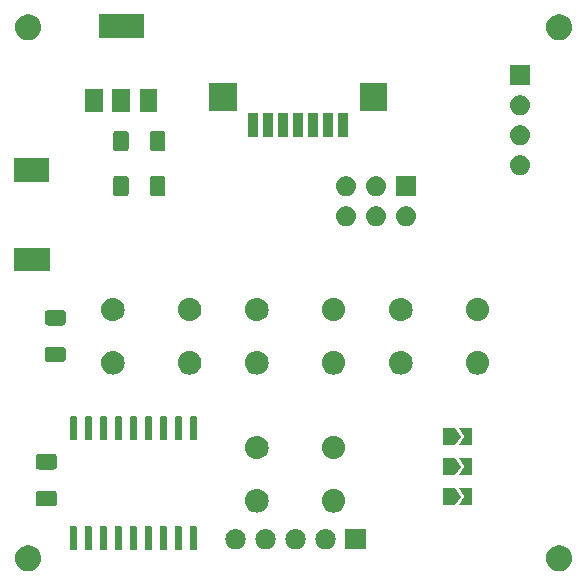
<source format=gbr>
%TF.GenerationSoftware,KiCad,Pcbnew,7.0.8*%
%TF.CreationDate,2024-01-15T19:45:52-06:00*%
%TF.ProjectId,remote,72656d6f-7465-42e6-9b69-6361645f7063,rev?*%
%TF.SameCoordinates,Original*%
%TF.FileFunction,Soldermask,Bot*%
%TF.FilePolarity,Negative*%
%FSLAX46Y46*%
G04 Gerber Fmt 4.6, Leading zero omitted, Abs format (unit mm)*
G04 Created by KiCad (PCBNEW 7.0.8) date 2024-01-15 19:45:52*
%MOMM*%
%LPD*%
G01*
G04 APERTURE LIST*
G04 APERTURE END LIST*
G36*
X102917029Y-81999992D02*
G01*
X103106312Y-82073320D01*
X103278898Y-82180181D01*
X103428910Y-82316935D01*
X103551239Y-82478925D01*
X103641719Y-82660634D01*
X103697270Y-82855876D01*
X103716000Y-83058000D01*
X103697270Y-83260124D01*
X103641719Y-83455366D01*
X103551239Y-83637075D01*
X103428910Y-83799065D01*
X103278898Y-83935819D01*
X103106312Y-84042680D01*
X102917029Y-84116008D01*
X102717495Y-84153308D01*
X102514505Y-84153308D01*
X102314971Y-84116008D01*
X102125688Y-84042680D01*
X101953102Y-83935819D01*
X101803090Y-83799065D01*
X101680761Y-83637075D01*
X101590281Y-83455366D01*
X101534730Y-83260124D01*
X101516000Y-83058000D01*
X101534730Y-82855876D01*
X101590281Y-82660634D01*
X101680761Y-82478925D01*
X101803090Y-82316935D01*
X101953102Y-82180181D01*
X102125688Y-82073320D01*
X102314971Y-81999992D01*
X102514505Y-81962692D01*
X102717495Y-81962692D01*
X102917029Y-81999992D01*
G37*
G36*
X147875029Y-81999992D02*
G01*
X148064312Y-82073320D01*
X148236898Y-82180181D01*
X148386910Y-82316935D01*
X148509239Y-82478925D01*
X148599719Y-82660634D01*
X148655270Y-82855876D01*
X148674000Y-83058000D01*
X148655270Y-83260124D01*
X148599719Y-83455366D01*
X148509239Y-83637075D01*
X148386910Y-83799065D01*
X148236898Y-83935819D01*
X148064312Y-84042680D01*
X147875029Y-84116008D01*
X147675495Y-84153308D01*
X147472505Y-84153308D01*
X147272971Y-84116008D01*
X147083688Y-84042680D01*
X146911102Y-83935819D01*
X146761090Y-83799065D01*
X146638761Y-83637075D01*
X146548281Y-83455366D01*
X146492730Y-83260124D01*
X146474000Y-83058000D01*
X146492730Y-82855876D01*
X146548281Y-82660634D01*
X146638761Y-82478925D01*
X146761090Y-82316935D01*
X146911102Y-82180181D01*
X147083688Y-82073320D01*
X147272971Y-81999992D01*
X147472505Y-81962692D01*
X147675495Y-81962692D01*
X147875029Y-81999992D01*
G37*
G36*
X106633403Y-80344418D02*
G01*
X106682066Y-80376934D01*
X106714582Y-80425597D01*
X106726000Y-80483000D01*
X106726000Y-82233000D01*
X106714582Y-82290403D01*
X106682066Y-82339066D01*
X106633403Y-82371582D01*
X106576000Y-82383000D01*
X106276000Y-82383000D01*
X106218597Y-82371582D01*
X106169934Y-82339066D01*
X106137418Y-82290403D01*
X106126000Y-82233000D01*
X106126000Y-80483000D01*
X106137418Y-80425597D01*
X106169934Y-80376934D01*
X106218597Y-80344418D01*
X106276000Y-80333000D01*
X106576000Y-80333000D01*
X106633403Y-80344418D01*
G37*
G36*
X107903403Y-80344418D02*
G01*
X107952066Y-80376934D01*
X107984582Y-80425597D01*
X107996000Y-80483000D01*
X107996000Y-82233000D01*
X107984582Y-82290403D01*
X107952066Y-82339066D01*
X107903403Y-82371582D01*
X107846000Y-82383000D01*
X107546000Y-82383000D01*
X107488597Y-82371582D01*
X107439934Y-82339066D01*
X107407418Y-82290403D01*
X107396000Y-82233000D01*
X107396000Y-80483000D01*
X107407418Y-80425597D01*
X107439934Y-80376934D01*
X107488597Y-80344418D01*
X107546000Y-80333000D01*
X107846000Y-80333000D01*
X107903403Y-80344418D01*
G37*
G36*
X109173403Y-80344418D02*
G01*
X109222066Y-80376934D01*
X109254582Y-80425597D01*
X109266000Y-80483000D01*
X109266000Y-82233000D01*
X109254582Y-82290403D01*
X109222066Y-82339066D01*
X109173403Y-82371582D01*
X109116000Y-82383000D01*
X108816000Y-82383000D01*
X108758597Y-82371582D01*
X108709934Y-82339066D01*
X108677418Y-82290403D01*
X108666000Y-82233000D01*
X108666000Y-80483000D01*
X108677418Y-80425597D01*
X108709934Y-80376934D01*
X108758597Y-80344418D01*
X108816000Y-80333000D01*
X109116000Y-80333000D01*
X109173403Y-80344418D01*
G37*
G36*
X110443403Y-80344418D02*
G01*
X110492066Y-80376934D01*
X110524582Y-80425597D01*
X110536000Y-80483000D01*
X110536000Y-82233000D01*
X110524582Y-82290403D01*
X110492066Y-82339066D01*
X110443403Y-82371582D01*
X110386000Y-82383000D01*
X110086000Y-82383000D01*
X110028597Y-82371582D01*
X109979934Y-82339066D01*
X109947418Y-82290403D01*
X109936000Y-82233000D01*
X109936000Y-80483000D01*
X109947418Y-80425597D01*
X109979934Y-80376934D01*
X110028597Y-80344418D01*
X110086000Y-80333000D01*
X110386000Y-80333000D01*
X110443403Y-80344418D01*
G37*
G36*
X111713403Y-80344418D02*
G01*
X111762066Y-80376934D01*
X111794582Y-80425597D01*
X111806000Y-80483000D01*
X111806000Y-82233000D01*
X111794582Y-82290403D01*
X111762066Y-82339066D01*
X111713403Y-82371582D01*
X111656000Y-82383000D01*
X111356000Y-82383000D01*
X111298597Y-82371582D01*
X111249934Y-82339066D01*
X111217418Y-82290403D01*
X111206000Y-82233000D01*
X111206000Y-80483000D01*
X111217418Y-80425597D01*
X111249934Y-80376934D01*
X111298597Y-80344418D01*
X111356000Y-80333000D01*
X111656000Y-80333000D01*
X111713403Y-80344418D01*
G37*
G36*
X112983403Y-80344418D02*
G01*
X113032066Y-80376934D01*
X113064582Y-80425597D01*
X113076000Y-80483000D01*
X113076000Y-82233000D01*
X113064582Y-82290403D01*
X113032066Y-82339066D01*
X112983403Y-82371582D01*
X112926000Y-82383000D01*
X112626000Y-82383000D01*
X112568597Y-82371582D01*
X112519934Y-82339066D01*
X112487418Y-82290403D01*
X112476000Y-82233000D01*
X112476000Y-80483000D01*
X112487418Y-80425597D01*
X112519934Y-80376934D01*
X112568597Y-80344418D01*
X112626000Y-80333000D01*
X112926000Y-80333000D01*
X112983403Y-80344418D01*
G37*
G36*
X114253403Y-80344418D02*
G01*
X114302066Y-80376934D01*
X114334582Y-80425597D01*
X114346000Y-80483000D01*
X114346000Y-82233000D01*
X114334582Y-82290403D01*
X114302066Y-82339066D01*
X114253403Y-82371582D01*
X114196000Y-82383000D01*
X113896000Y-82383000D01*
X113838597Y-82371582D01*
X113789934Y-82339066D01*
X113757418Y-82290403D01*
X113746000Y-82233000D01*
X113746000Y-80483000D01*
X113757418Y-80425597D01*
X113789934Y-80376934D01*
X113838597Y-80344418D01*
X113896000Y-80333000D01*
X114196000Y-80333000D01*
X114253403Y-80344418D01*
G37*
G36*
X115523403Y-80344418D02*
G01*
X115572066Y-80376934D01*
X115604582Y-80425597D01*
X115616000Y-80483000D01*
X115616000Y-82233000D01*
X115604582Y-82290403D01*
X115572066Y-82339066D01*
X115523403Y-82371582D01*
X115466000Y-82383000D01*
X115166000Y-82383000D01*
X115108597Y-82371582D01*
X115059934Y-82339066D01*
X115027418Y-82290403D01*
X115016000Y-82233000D01*
X115016000Y-80483000D01*
X115027418Y-80425597D01*
X115059934Y-80376934D01*
X115108597Y-80344418D01*
X115166000Y-80333000D01*
X115466000Y-80333000D01*
X115523403Y-80344418D01*
G37*
G36*
X116793403Y-80344418D02*
G01*
X116842066Y-80376934D01*
X116874582Y-80425597D01*
X116886000Y-80483000D01*
X116886000Y-82233000D01*
X116874582Y-82290403D01*
X116842066Y-82339066D01*
X116793403Y-82371582D01*
X116736000Y-82383000D01*
X116436000Y-82383000D01*
X116378597Y-82371582D01*
X116329934Y-82339066D01*
X116297418Y-82290403D01*
X116286000Y-82233000D01*
X116286000Y-80483000D01*
X116297418Y-80425597D01*
X116329934Y-80376934D01*
X116378597Y-80344418D01*
X116436000Y-80333000D01*
X116736000Y-80333000D01*
X116793403Y-80344418D01*
G37*
G36*
X131172000Y-82302000D02*
G01*
X129472000Y-82302000D01*
X129472000Y-80602000D01*
X131172000Y-80602000D01*
X131172000Y-82302000D01*
G37*
G36*
X120424664Y-80643602D02*
G01*
X120587000Y-80715878D01*
X120730761Y-80820327D01*
X120849664Y-80952383D01*
X120938514Y-81106274D01*
X120993425Y-81275275D01*
X121012000Y-81452000D01*
X120993425Y-81628725D01*
X120938514Y-81797726D01*
X120849664Y-81951617D01*
X120730761Y-82083673D01*
X120587000Y-82188122D01*
X120424664Y-82260398D01*
X120250849Y-82297344D01*
X120073151Y-82297344D01*
X119899336Y-82260398D01*
X119737000Y-82188122D01*
X119593239Y-82083673D01*
X119474336Y-81951617D01*
X119385486Y-81797726D01*
X119330575Y-81628725D01*
X119312000Y-81452000D01*
X119330575Y-81275275D01*
X119385486Y-81106274D01*
X119474336Y-80952383D01*
X119593239Y-80820327D01*
X119737000Y-80715878D01*
X119899336Y-80643602D01*
X120073151Y-80606656D01*
X120250849Y-80606656D01*
X120424664Y-80643602D01*
G37*
G36*
X122964664Y-80643602D02*
G01*
X123127000Y-80715878D01*
X123270761Y-80820327D01*
X123389664Y-80952383D01*
X123478514Y-81106274D01*
X123533425Y-81275275D01*
X123552000Y-81452000D01*
X123533425Y-81628725D01*
X123478514Y-81797726D01*
X123389664Y-81951617D01*
X123270761Y-82083673D01*
X123127000Y-82188122D01*
X122964664Y-82260398D01*
X122790849Y-82297344D01*
X122613151Y-82297344D01*
X122439336Y-82260398D01*
X122277000Y-82188122D01*
X122133239Y-82083673D01*
X122014336Y-81951617D01*
X121925486Y-81797726D01*
X121870575Y-81628725D01*
X121852000Y-81452000D01*
X121870575Y-81275275D01*
X121925486Y-81106274D01*
X122014336Y-80952383D01*
X122133239Y-80820327D01*
X122277000Y-80715878D01*
X122439336Y-80643602D01*
X122613151Y-80606656D01*
X122790849Y-80606656D01*
X122964664Y-80643602D01*
G37*
G36*
X125504664Y-80643602D02*
G01*
X125667000Y-80715878D01*
X125810761Y-80820327D01*
X125929664Y-80952383D01*
X126018514Y-81106274D01*
X126073425Y-81275275D01*
X126092000Y-81452000D01*
X126073425Y-81628725D01*
X126018514Y-81797726D01*
X125929664Y-81951617D01*
X125810761Y-82083673D01*
X125667000Y-82188122D01*
X125504664Y-82260398D01*
X125330849Y-82297344D01*
X125153151Y-82297344D01*
X124979336Y-82260398D01*
X124817000Y-82188122D01*
X124673239Y-82083673D01*
X124554336Y-81951617D01*
X124465486Y-81797726D01*
X124410575Y-81628725D01*
X124392000Y-81452000D01*
X124410575Y-81275275D01*
X124465486Y-81106274D01*
X124554336Y-80952383D01*
X124673239Y-80820327D01*
X124817000Y-80715878D01*
X124979336Y-80643602D01*
X125153151Y-80606656D01*
X125330849Y-80606656D01*
X125504664Y-80643602D01*
G37*
G36*
X128044664Y-80643602D02*
G01*
X128207000Y-80715878D01*
X128350761Y-80820327D01*
X128469664Y-80952383D01*
X128558514Y-81106274D01*
X128613425Y-81275275D01*
X128632000Y-81452000D01*
X128613425Y-81628725D01*
X128558514Y-81797726D01*
X128469664Y-81951617D01*
X128350761Y-82083673D01*
X128207000Y-82188122D01*
X128044664Y-82260398D01*
X127870849Y-82297344D01*
X127693151Y-82297344D01*
X127519336Y-82260398D01*
X127357000Y-82188122D01*
X127213239Y-82083673D01*
X127094336Y-81951617D01*
X127005486Y-81797726D01*
X126950575Y-81628725D01*
X126932000Y-81452000D01*
X126950575Y-81275275D01*
X127005486Y-81106274D01*
X127094336Y-80952383D01*
X127213239Y-80820327D01*
X127357000Y-80715878D01*
X127519336Y-80643602D01*
X127693151Y-80606656D01*
X127870849Y-80606656D01*
X128044664Y-80643602D01*
G37*
G36*
X122162090Y-77215215D02*
G01*
X122349683Y-77272120D01*
X122522570Y-77364530D01*
X122674107Y-77488893D01*
X122798470Y-77640430D01*
X122890880Y-77813317D01*
X122947785Y-78000910D01*
X122967000Y-78196000D01*
X122947785Y-78391090D01*
X122890880Y-78578683D01*
X122798470Y-78751570D01*
X122674107Y-78903107D01*
X122522570Y-79027470D01*
X122349683Y-79119880D01*
X122162090Y-79176785D01*
X121967000Y-79196000D01*
X121771910Y-79176785D01*
X121584317Y-79119880D01*
X121411430Y-79027470D01*
X121259893Y-78903107D01*
X121135530Y-78751570D01*
X121043120Y-78578683D01*
X120986215Y-78391090D01*
X120967000Y-78196000D01*
X120986215Y-78000910D01*
X121043120Y-77813317D01*
X121135530Y-77640430D01*
X121259893Y-77488893D01*
X121411430Y-77364530D01*
X121584317Y-77272120D01*
X121771910Y-77215215D01*
X121967000Y-77196000D01*
X122162090Y-77215215D01*
G37*
G36*
X128662090Y-77215215D02*
G01*
X128849683Y-77272120D01*
X129022570Y-77364530D01*
X129174107Y-77488893D01*
X129298470Y-77640430D01*
X129390880Y-77813317D01*
X129447785Y-78000910D01*
X129467000Y-78196000D01*
X129447785Y-78391090D01*
X129390880Y-78578683D01*
X129298470Y-78751570D01*
X129174107Y-78903107D01*
X129022570Y-79027470D01*
X128849683Y-79119880D01*
X128662090Y-79176785D01*
X128467000Y-79196000D01*
X128271910Y-79176785D01*
X128084317Y-79119880D01*
X127911430Y-79027470D01*
X127759893Y-78903107D01*
X127635530Y-78751570D01*
X127543120Y-78578683D01*
X127486215Y-78391090D01*
X127467000Y-78196000D01*
X127486215Y-78000910D01*
X127543120Y-77813317D01*
X127635530Y-77640430D01*
X127759893Y-77488893D01*
X127911430Y-77364530D01*
X128084317Y-77272120D01*
X128271910Y-77215215D01*
X128467000Y-77196000D01*
X128662090Y-77215215D01*
G37*
G36*
X104794850Y-77354964D02*
G01*
X104845040Y-77360787D01*
X104862189Y-77368359D01*
X104885671Y-77373030D01*
X104910810Y-77389827D01*
X104930696Y-77398608D01*
X104944277Y-77412189D01*
X104966777Y-77427223D01*
X104981810Y-77449722D01*
X104995391Y-77463303D01*
X105004170Y-77483186D01*
X105020970Y-77508329D01*
X105025641Y-77531812D01*
X105033212Y-77548959D01*
X105039033Y-77599139D01*
X105040000Y-77604000D01*
X105040000Y-78429000D01*
X105039032Y-78433863D01*
X105033212Y-78484040D01*
X105025641Y-78501185D01*
X105020970Y-78524671D01*
X105004169Y-78549815D01*
X104995391Y-78569696D01*
X104981812Y-78583274D01*
X104966777Y-78605777D01*
X104944274Y-78620812D01*
X104930696Y-78634391D01*
X104910815Y-78643169D01*
X104885671Y-78659970D01*
X104862185Y-78664641D01*
X104845040Y-78672212D01*
X104794861Y-78678032D01*
X104790000Y-78679000D01*
X103490000Y-78679000D01*
X103485138Y-78678032D01*
X103434959Y-78672212D01*
X103417812Y-78664641D01*
X103394329Y-78659970D01*
X103369186Y-78643170D01*
X103349303Y-78634391D01*
X103335722Y-78620810D01*
X103313223Y-78605777D01*
X103298189Y-78583277D01*
X103284608Y-78569696D01*
X103275827Y-78549810D01*
X103259030Y-78524671D01*
X103254359Y-78501189D01*
X103246787Y-78484040D01*
X103240964Y-78433849D01*
X103240000Y-78429000D01*
X103240000Y-77604000D01*
X103240964Y-77599150D01*
X103246787Y-77548959D01*
X103254359Y-77531808D01*
X103259030Y-77508329D01*
X103275826Y-77483191D01*
X103284608Y-77463303D01*
X103298191Y-77449719D01*
X103313223Y-77427223D01*
X103335719Y-77412191D01*
X103349303Y-77398608D01*
X103369191Y-77389826D01*
X103394329Y-77373030D01*
X103417808Y-77368359D01*
X103434959Y-77360787D01*
X103485151Y-77354964D01*
X103490000Y-77354000D01*
X104790000Y-77354000D01*
X104794850Y-77354964D01*
G37*
G36*
X139250000Y-77851000D02*
G01*
X138750000Y-78601000D01*
X138746996Y-78601000D01*
X137755908Y-78601000D01*
X137750000Y-78601000D01*
X137750000Y-77101000D01*
X138750000Y-77101000D01*
X139250000Y-77851000D01*
G37*
G36*
X140200000Y-78601000D02*
G01*
X140194092Y-78601000D01*
X139055908Y-78601000D01*
X139050000Y-78601000D01*
X139051673Y-78598489D01*
X139051674Y-78598487D01*
X139537889Y-77869166D01*
X139537889Y-77832834D01*
X139053279Y-77105919D01*
X139053278Y-77105917D01*
X139050000Y-77101000D01*
X140200000Y-77101000D01*
X140200000Y-78601000D01*
G37*
G36*
X139250000Y-75311000D02*
G01*
X138750000Y-76061000D01*
X138746996Y-76061000D01*
X137755908Y-76061000D01*
X137750000Y-76061000D01*
X137750000Y-74561000D01*
X138750000Y-74561000D01*
X139250000Y-75311000D01*
G37*
G36*
X140200000Y-76061000D02*
G01*
X140194092Y-76061000D01*
X139055908Y-76061000D01*
X139050000Y-76061000D01*
X139051673Y-76058489D01*
X139051674Y-76058487D01*
X139537889Y-75329166D01*
X139537889Y-75292834D01*
X139053279Y-74565919D01*
X139053278Y-74565917D01*
X139050000Y-74561000D01*
X140200000Y-74561000D01*
X140200000Y-76061000D01*
G37*
G36*
X104794850Y-74229964D02*
G01*
X104845040Y-74235787D01*
X104862189Y-74243359D01*
X104885671Y-74248030D01*
X104910810Y-74264827D01*
X104930696Y-74273608D01*
X104944277Y-74287189D01*
X104966777Y-74302223D01*
X104981810Y-74324722D01*
X104995391Y-74338303D01*
X105004170Y-74358186D01*
X105020970Y-74383329D01*
X105025641Y-74406812D01*
X105033212Y-74423959D01*
X105039033Y-74474139D01*
X105040000Y-74479000D01*
X105040000Y-75304000D01*
X105039032Y-75308863D01*
X105033212Y-75359040D01*
X105025641Y-75376185D01*
X105020970Y-75399671D01*
X105004169Y-75424815D01*
X104995391Y-75444696D01*
X104981812Y-75458274D01*
X104966777Y-75480777D01*
X104944274Y-75495812D01*
X104930696Y-75509391D01*
X104910815Y-75518169D01*
X104885671Y-75534970D01*
X104862185Y-75539641D01*
X104845040Y-75547212D01*
X104794861Y-75553032D01*
X104790000Y-75554000D01*
X103490000Y-75554000D01*
X103485138Y-75553032D01*
X103434959Y-75547212D01*
X103417812Y-75539641D01*
X103394329Y-75534970D01*
X103369186Y-75518170D01*
X103349303Y-75509391D01*
X103335722Y-75495810D01*
X103313223Y-75480777D01*
X103298189Y-75458277D01*
X103284608Y-75444696D01*
X103275827Y-75424810D01*
X103259030Y-75399671D01*
X103254359Y-75376189D01*
X103246787Y-75359040D01*
X103240964Y-75308849D01*
X103240000Y-75304000D01*
X103240000Y-74479000D01*
X103240964Y-74474150D01*
X103246787Y-74423959D01*
X103254359Y-74406808D01*
X103259030Y-74383329D01*
X103275826Y-74358191D01*
X103284608Y-74338303D01*
X103298191Y-74324719D01*
X103313223Y-74302223D01*
X103335719Y-74287191D01*
X103349303Y-74273608D01*
X103369191Y-74264826D01*
X103394329Y-74248030D01*
X103417808Y-74243359D01*
X103434959Y-74235787D01*
X103485151Y-74229964D01*
X103490000Y-74229000D01*
X104790000Y-74229000D01*
X104794850Y-74229964D01*
G37*
G36*
X122162090Y-72715215D02*
G01*
X122349683Y-72772120D01*
X122522570Y-72864530D01*
X122674107Y-72988893D01*
X122798470Y-73140430D01*
X122890880Y-73313317D01*
X122947785Y-73500910D01*
X122967000Y-73696000D01*
X122947785Y-73891090D01*
X122890880Y-74078683D01*
X122798470Y-74251570D01*
X122674107Y-74403107D01*
X122522570Y-74527470D01*
X122349683Y-74619880D01*
X122162090Y-74676785D01*
X121967000Y-74696000D01*
X121771910Y-74676785D01*
X121584317Y-74619880D01*
X121411430Y-74527470D01*
X121259893Y-74403107D01*
X121135530Y-74251570D01*
X121043120Y-74078683D01*
X120986215Y-73891090D01*
X120967000Y-73696000D01*
X120986215Y-73500910D01*
X121043120Y-73313317D01*
X121135530Y-73140430D01*
X121259893Y-72988893D01*
X121411430Y-72864530D01*
X121584317Y-72772120D01*
X121771910Y-72715215D01*
X121967000Y-72696000D01*
X122162090Y-72715215D01*
G37*
G36*
X128662090Y-72715215D02*
G01*
X128849683Y-72772120D01*
X129022570Y-72864530D01*
X129174107Y-72988893D01*
X129298470Y-73140430D01*
X129390880Y-73313317D01*
X129447785Y-73500910D01*
X129467000Y-73696000D01*
X129447785Y-73891090D01*
X129390880Y-74078683D01*
X129298470Y-74251570D01*
X129174107Y-74403107D01*
X129022570Y-74527470D01*
X128849683Y-74619880D01*
X128662090Y-74676785D01*
X128467000Y-74696000D01*
X128271910Y-74676785D01*
X128084317Y-74619880D01*
X127911430Y-74527470D01*
X127759893Y-74403107D01*
X127635530Y-74251570D01*
X127543120Y-74078683D01*
X127486215Y-73891090D01*
X127467000Y-73696000D01*
X127486215Y-73500910D01*
X127543120Y-73313317D01*
X127635530Y-73140430D01*
X127759893Y-72988893D01*
X127911430Y-72864530D01*
X128084317Y-72772120D01*
X128271910Y-72715215D01*
X128467000Y-72696000D01*
X128662090Y-72715215D01*
G37*
G36*
X139250000Y-72771000D02*
G01*
X138750000Y-73521000D01*
X138746996Y-73521000D01*
X137755908Y-73521000D01*
X137750000Y-73521000D01*
X137750000Y-72021000D01*
X138750000Y-72021000D01*
X139250000Y-72771000D01*
G37*
G36*
X140200000Y-73521000D02*
G01*
X140194092Y-73521000D01*
X139055908Y-73521000D01*
X139050000Y-73521000D01*
X139051673Y-73518489D01*
X139051674Y-73518487D01*
X139537889Y-72789166D01*
X139537889Y-72752834D01*
X139053279Y-72025919D01*
X139053278Y-72025917D01*
X139050000Y-72021000D01*
X140200000Y-72021000D01*
X140200000Y-73521000D01*
G37*
G36*
X106633403Y-71044418D02*
G01*
X106682066Y-71076934D01*
X106714582Y-71125597D01*
X106726000Y-71183000D01*
X106726000Y-72933000D01*
X106714582Y-72990403D01*
X106682066Y-73039066D01*
X106633403Y-73071582D01*
X106576000Y-73083000D01*
X106276000Y-73083000D01*
X106218597Y-73071582D01*
X106169934Y-73039066D01*
X106137418Y-72990403D01*
X106126000Y-72933000D01*
X106126000Y-71183000D01*
X106137418Y-71125597D01*
X106169934Y-71076934D01*
X106218597Y-71044418D01*
X106276000Y-71033000D01*
X106576000Y-71033000D01*
X106633403Y-71044418D01*
G37*
G36*
X107903403Y-71044418D02*
G01*
X107952066Y-71076934D01*
X107984582Y-71125597D01*
X107996000Y-71183000D01*
X107996000Y-72933000D01*
X107984582Y-72990403D01*
X107952066Y-73039066D01*
X107903403Y-73071582D01*
X107846000Y-73083000D01*
X107546000Y-73083000D01*
X107488597Y-73071582D01*
X107439934Y-73039066D01*
X107407418Y-72990403D01*
X107396000Y-72933000D01*
X107396000Y-71183000D01*
X107407418Y-71125597D01*
X107439934Y-71076934D01*
X107488597Y-71044418D01*
X107546000Y-71033000D01*
X107846000Y-71033000D01*
X107903403Y-71044418D01*
G37*
G36*
X109173403Y-71044418D02*
G01*
X109222066Y-71076934D01*
X109254582Y-71125597D01*
X109266000Y-71183000D01*
X109266000Y-72933000D01*
X109254582Y-72990403D01*
X109222066Y-73039066D01*
X109173403Y-73071582D01*
X109116000Y-73083000D01*
X108816000Y-73083000D01*
X108758597Y-73071582D01*
X108709934Y-73039066D01*
X108677418Y-72990403D01*
X108666000Y-72933000D01*
X108666000Y-71183000D01*
X108677418Y-71125597D01*
X108709934Y-71076934D01*
X108758597Y-71044418D01*
X108816000Y-71033000D01*
X109116000Y-71033000D01*
X109173403Y-71044418D01*
G37*
G36*
X110443403Y-71044418D02*
G01*
X110492066Y-71076934D01*
X110524582Y-71125597D01*
X110536000Y-71183000D01*
X110536000Y-72933000D01*
X110524582Y-72990403D01*
X110492066Y-73039066D01*
X110443403Y-73071582D01*
X110386000Y-73083000D01*
X110086000Y-73083000D01*
X110028597Y-73071582D01*
X109979934Y-73039066D01*
X109947418Y-72990403D01*
X109936000Y-72933000D01*
X109936000Y-71183000D01*
X109947418Y-71125597D01*
X109979934Y-71076934D01*
X110028597Y-71044418D01*
X110086000Y-71033000D01*
X110386000Y-71033000D01*
X110443403Y-71044418D01*
G37*
G36*
X111713403Y-71044418D02*
G01*
X111762066Y-71076934D01*
X111794582Y-71125597D01*
X111806000Y-71183000D01*
X111806000Y-72933000D01*
X111794582Y-72990403D01*
X111762066Y-73039066D01*
X111713403Y-73071582D01*
X111656000Y-73083000D01*
X111356000Y-73083000D01*
X111298597Y-73071582D01*
X111249934Y-73039066D01*
X111217418Y-72990403D01*
X111206000Y-72933000D01*
X111206000Y-71183000D01*
X111217418Y-71125597D01*
X111249934Y-71076934D01*
X111298597Y-71044418D01*
X111356000Y-71033000D01*
X111656000Y-71033000D01*
X111713403Y-71044418D01*
G37*
G36*
X112983403Y-71044418D02*
G01*
X113032066Y-71076934D01*
X113064582Y-71125597D01*
X113076000Y-71183000D01*
X113076000Y-72933000D01*
X113064582Y-72990403D01*
X113032066Y-73039066D01*
X112983403Y-73071582D01*
X112926000Y-73083000D01*
X112626000Y-73083000D01*
X112568597Y-73071582D01*
X112519934Y-73039066D01*
X112487418Y-72990403D01*
X112476000Y-72933000D01*
X112476000Y-71183000D01*
X112487418Y-71125597D01*
X112519934Y-71076934D01*
X112568597Y-71044418D01*
X112626000Y-71033000D01*
X112926000Y-71033000D01*
X112983403Y-71044418D01*
G37*
G36*
X114253403Y-71044418D02*
G01*
X114302066Y-71076934D01*
X114334582Y-71125597D01*
X114346000Y-71183000D01*
X114346000Y-72933000D01*
X114334582Y-72990403D01*
X114302066Y-73039066D01*
X114253403Y-73071582D01*
X114196000Y-73083000D01*
X113896000Y-73083000D01*
X113838597Y-73071582D01*
X113789934Y-73039066D01*
X113757418Y-72990403D01*
X113746000Y-72933000D01*
X113746000Y-71183000D01*
X113757418Y-71125597D01*
X113789934Y-71076934D01*
X113838597Y-71044418D01*
X113896000Y-71033000D01*
X114196000Y-71033000D01*
X114253403Y-71044418D01*
G37*
G36*
X115523403Y-71044418D02*
G01*
X115572066Y-71076934D01*
X115604582Y-71125597D01*
X115616000Y-71183000D01*
X115616000Y-72933000D01*
X115604582Y-72990403D01*
X115572066Y-73039066D01*
X115523403Y-73071582D01*
X115466000Y-73083000D01*
X115166000Y-73083000D01*
X115108597Y-73071582D01*
X115059934Y-73039066D01*
X115027418Y-72990403D01*
X115016000Y-72933000D01*
X115016000Y-71183000D01*
X115027418Y-71125597D01*
X115059934Y-71076934D01*
X115108597Y-71044418D01*
X115166000Y-71033000D01*
X115466000Y-71033000D01*
X115523403Y-71044418D01*
G37*
G36*
X116793403Y-71044418D02*
G01*
X116842066Y-71076934D01*
X116874582Y-71125597D01*
X116886000Y-71183000D01*
X116886000Y-72933000D01*
X116874582Y-72990403D01*
X116842066Y-73039066D01*
X116793403Y-73071582D01*
X116736000Y-73083000D01*
X116436000Y-73083000D01*
X116378597Y-73071582D01*
X116329934Y-73039066D01*
X116297418Y-72990403D01*
X116286000Y-72933000D01*
X116286000Y-71183000D01*
X116297418Y-71125597D01*
X116329934Y-71076934D01*
X116378597Y-71044418D01*
X116436000Y-71033000D01*
X116736000Y-71033000D01*
X116793403Y-71044418D01*
G37*
G36*
X109975090Y-65531215D02*
G01*
X110162683Y-65588120D01*
X110335570Y-65680530D01*
X110487107Y-65804893D01*
X110611470Y-65956430D01*
X110703880Y-66129317D01*
X110760785Y-66316910D01*
X110780000Y-66512000D01*
X110760785Y-66707090D01*
X110703880Y-66894683D01*
X110611470Y-67067570D01*
X110487107Y-67219107D01*
X110335570Y-67343470D01*
X110162683Y-67435880D01*
X109975090Y-67492785D01*
X109780000Y-67512000D01*
X109584910Y-67492785D01*
X109397317Y-67435880D01*
X109224430Y-67343470D01*
X109072893Y-67219107D01*
X108948530Y-67067570D01*
X108856120Y-66894683D01*
X108799215Y-66707090D01*
X108780000Y-66512000D01*
X108799215Y-66316910D01*
X108856120Y-66129317D01*
X108948530Y-65956430D01*
X109072893Y-65804893D01*
X109224430Y-65680530D01*
X109397317Y-65588120D01*
X109584910Y-65531215D01*
X109780000Y-65512000D01*
X109975090Y-65531215D01*
G37*
G36*
X116475090Y-65531215D02*
G01*
X116662683Y-65588120D01*
X116835570Y-65680530D01*
X116987107Y-65804893D01*
X117111470Y-65956430D01*
X117203880Y-66129317D01*
X117260785Y-66316910D01*
X117280000Y-66512000D01*
X117260785Y-66707090D01*
X117203880Y-66894683D01*
X117111470Y-67067570D01*
X116987107Y-67219107D01*
X116835570Y-67343470D01*
X116662683Y-67435880D01*
X116475090Y-67492785D01*
X116280000Y-67512000D01*
X116084910Y-67492785D01*
X115897317Y-67435880D01*
X115724430Y-67343470D01*
X115572893Y-67219107D01*
X115448530Y-67067570D01*
X115356120Y-66894683D01*
X115299215Y-66707090D01*
X115280000Y-66512000D01*
X115299215Y-66316910D01*
X115356120Y-66129317D01*
X115448530Y-65956430D01*
X115572893Y-65804893D01*
X115724430Y-65680530D01*
X115897317Y-65588120D01*
X116084910Y-65531215D01*
X116280000Y-65512000D01*
X116475090Y-65531215D01*
G37*
G36*
X122162090Y-65531215D02*
G01*
X122349683Y-65588120D01*
X122522570Y-65680530D01*
X122674107Y-65804893D01*
X122798470Y-65956430D01*
X122890880Y-66129317D01*
X122947785Y-66316910D01*
X122967000Y-66512000D01*
X122947785Y-66707090D01*
X122890880Y-66894683D01*
X122798470Y-67067570D01*
X122674107Y-67219107D01*
X122522570Y-67343470D01*
X122349683Y-67435880D01*
X122162090Y-67492785D01*
X121967000Y-67512000D01*
X121771910Y-67492785D01*
X121584317Y-67435880D01*
X121411430Y-67343470D01*
X121259893Y-67219107D01*
X121135530Y-67067570D01*
X121043120Y-66894683D01*
X120986215Y-66707090D01*
X120967000Y-66512000D01*
X120986215Y-66316910D01*
X121043120Y-66129317D01*
X121135530Y-65956430D01*
X121259893Y-65804893D01*
X121411430Y-65680530D01*
X121584317Y-65588120D01*
X121771910Y-65531215D01*
X121967000Y-65512000D01*
X122162090Y-65531215D01*
G37*
G36*
X128662090Y-65531215D02*
G01*
X128849683Y-65588120D01*
X129022570Y-65680530D01*
X129174107Y-65804893D01*
X129298470Y-65956430D01*
X129390880Y-66129317D01*
X129447785Y-66316910D01*
X129467000Y-66512000D01*
X129447785Y-66707090D01*
X129390880Y-66894683D01*
X129298470Y-67067570D01*
X129174107Y-67219107D01*
X129022570Y-67343470D01*
X128849683Y-67435880D01*
X128662090Y-67492785D01*
X128467000Y-67512000D01*
X128271910Y-67492785D01*
X128084317Y-67435880D01*
X127911430Y-67343470D01*
X127759893Y-67219107D01*
X127635530Y-67067570D01*
X127543120Y-66894683D01*
X127486215Y-66707090D01*
X127467000Y-66512000D01*
X127486215Y-66316910D01*
X127543120Y-66129317D01*
X127635530Y-65956430D01*
X127759893Y-65804893D01*
X127911430Y-65680530D01*
X128084317Y-65588120D01*
X128271910Y-65531215D01*
X128467000Y-65512000D01*
X128662090Y-65531215D01*
G37*
G36*
X134354090Y-65531215D02*
G01*
X134541683Y-65588120D01*
X134714570Y-65680530D01*
X134866107Y-65804893D01*
X134990470Y-65956430D01*
X135082880Y-66129317D01*
X135139785Y-66316910D01*
X135159000Y-66512000D01*
X135139785Y-66707090D01*
X135082880Y-66894683D01*
X134990470Y-67067570D01*
X134866107Y-67219107D01*
X134714570Y-67343470D01*
X134541683Y-67435880D01*
X134354090Y-67492785D01*
X134159000Y-67512000D01*
X133963910Y-67492785D01*
X133776317Y-67435880D01*
X133603430Y-67343470D01*
X133451893Y-67219107D01*
X133327530Y-67067570D01*
X133235120Y-66894683D01*
X133178215Y-66707090D01*
X133159000Y-66512000D01*
X133178215Y-66316910D01*
X133235120Y-66129317D01*
X133327530Y-65956430D01*
X133451893Y-65804893D01*
X133603430Y-65680530D01*
X133776317Y-65588120D01*
X133963910Y-65531215D01*
X134159000Y-65512000D01*
X134354090Y-65531215D01*
G37*
G36*
X140854090Y-65531215D02*
G01*
X141041683Y-65588120D01*
X141214570Y-65680530D01*
X141366107Y-65804893D01*
X141490470Y-65956430D01*
X141582880Y-66129317D01*
X141639785Y-66316910D01*
X141659000Y-66512000D01*
X141639785Y-66707090D01*
X141582880Y-66894683D01*
X141490470Y-67067570D01*
X141366107Y-67219107D01*
X141214570Y-67343470D01*
X141041683Y-67435880D01*
X140854090Y-67492785D01*
X140659000Y-67512000D01*
X140463910Y-67492785D01*
X140276317Y-67435880D01*
X140103430Y-67343470D01*
X139951893Y-67219107D01*
X139827530Y-67067570D01*
X139735120Y-66894683D01*
X139678215Y-66707090D01*
X139659000Y-66512000D01*
X139678215Y-66316910D01*
X139735120Y-66129317D01*
X139827530Y-65956430D01*
X139951893Y-65804893D01*
X140103430Y-65680530D01*
X140276317Y-65588120D01*
X140463910Y-65531215D01*
X140659000Y-65512000D01*
X140854090Y-65531215D01*
G37*
G36*
X105531850Y-65162964D02*
G01*
X105582040Y-65168787D01*
X105599189Y-65176359D01*
X105622671Y-65181030D01*
X105647810Y-65197827D01*
X105667696Y-65206608D01*
X105681277Y-65220189D01*
X105703777Y-65235223D01*
X105718810Y-65257722D01*
X105732391Y-65271303D01*
X105741170Y-65291186D01*
X105757970Y-65316329D01*
X105762641Y-65339812D01*
X105770212Y-65356959D01*
X105776033Y-65407139D01*
X105777000Y-65412000D01*
X105777000Y-66212000D01*
X105776032Y-66216863D01*
X105770212Y-66267040D01*
X105762641Y-66284185D01*
X105757970Y-66307671D01*
X105741169Y-66332815D01*
X105732391Y-66352696D01*
X105718812Y-66366274D01*
X105703777Y-66388777D01*
X105681274Y-66403812D01*
X105667696Y-66417391D01*
X105647815Y-66426169D01*
X105622671Y-66442970D01*
X105599185Y-66447641D01*
X105582040Y-66455212D01*
X105531861Y-66461032D01*
X105527000Y-66462000D01*
X104277000Y-66462000D01*
X104272138Y-66461032D01*
X104221959Y-66455212D01*
X104204812Y-66447641D01*
X104181329Y-66442970D01*
X104156186Y-66426170D01*
X104136303Y-66417391D01*
X104122722Y-66403810D01*
X104100223Y-66388777D01*
X104085189Y-66366277D01*
X104071608Y-66352696D01*
X104062827Y-66332810D01*
X104046030Y-66307671D01*
X104041359Y-66284189D01*
X104033787Y-66267040D01*
X104027964Y-66216849D01*
X104027000Y-66212000D01*
X104027000Y-65412000D01*
X104027964Y-65407150D01*
X104033787Y-65356959D01*
X104041359Y-65339808D01*
X104046030Y-65316329D01*
X104062826Y-65291191D01*
X104071608Y-65271303D01*
X104085191Y-65257719D01*
X104100223Y-65235223D01*
X104122719Y-65220191D01*
X104136303Y-65206608D01*
X104156191Y-65197826D01*
X104181329Y-65181030D01*
X104204808Y-65176359D01*
X104221959Y-65168787D01*
X104272151Y-65162964D01*
X104277000Y-65162000D01*
X105527000Y-65162000D01*
X105531850Y-65162964D01*
G37*
G36*
X105531850Y-62062964D02*
G01*
X105582040Y-62068787D01*
X105599189Y-62076359D01*
X105622671Y-62081030D01*
X105647810Y-62097827D01*
X105667696Y-62106608D01*
X105681277Y-62120189D01*
X105703777Y-62135223D01*
X105718810Y-62157722D01*
X105732391Y-62171303D01*
X105741170Y-62191186D01*
X105757970Y-62216329D01*
X105762641Y-62239812D01*
X105770212Y-62256959D01*
X105776033Y-62307139D01*
X105777000Y-62312000D01*
X105777000Y-63112000D01*
X105776032Y-63116863D01*
X105770212Y-63167040D01*
X105762641Y-63184185D01*
X105757970Y-63207671D01*
X105741169Y-63232815D01*
X105732391Y-63252696D01*
X105718812Y-63266274D01*
X105703777Y-63288777D01*
X105681274Y-63303812D01*
X105667696Y-63317391D01*
X105647815Y-63326169D01*
X105622671Y-63342970D01*
X105599185Y-63347641D01*
X105582040Y-63355212D01*
X105531861Y-63361032D01*
X105527000Y-63362000D01*
X104277000Y-63362000D01*
X104272138Y-63361032D01*
X104221959Y-63355212D01*
X104204812Y-63347641D01*
X104181329Y-63342970D01*
X104156186Y-63326170D01*
X104136303Y-63317391D01*
X104122722Y-63303810D01*
X104100223Y-63288777D01*
X104085189Y-63266277D01*
X104071608Y-63252696D01*
X104062827Y-63232810D01*
X104046030Y-63207671D01*
X104041359Y-63184189D01*
X104033787Y-63167040D01*
X104027964Y-63116849D01*
X104027000Y-63112000D01*
X104027000Y-62312000D01*
X104027964Y-62307150D01*
X104033787Y-62256959D01*
X104041359Y-62239808D01*
X104046030Y-62216329D01*
X104062826Y-62191191D01*
X104071608Y-62171303D01*
X104085191Y-62157719D01*
X104100223Y-62135223D01*
X104122719Y-62120191D01*
X104136303Y-62106608D01*
X104156191Y-62097826D01*
X104181329Y-62081030D01*
X104204808Y-62076359D01*
X104221959Y-62068787D01*
X104272151Y-62062964D01*
X104277000Y-62062000D01*
X105527000Y-62062000D01*
X105531850Y-62062964D01*
G37*
G36*
X109975090Y-61031215D02*
G01*
X110162683Y-61088120D01*
X110335570Y-61180530D01*
X110487107Y-61304893D01*
X110611470Y-61456430D01*
X110703880Y-61629317D01*
X110760785Y-61816910D01*
X110780000Y-62012000D01*
X110760785Y-62207090D01*
X110703880Y-62394683D01*
X110611470Y-62567570D01*
X110487107Y-62719107D01*
X110335570Y-62843470D01*
X110162683Y-62935880D01*
X109975090Y-62992785D01*
X109780000Y-63012000D01*
X109584910Y-62992785D01*
X109397317Y-62935880D01*
X109224430Y-62843470D01*
X109072893Y-62719107D01*
X108948530Y-62567570D01*
X108856120Y-62394683D01*
X108799215Y-62207090D01*
X108780000Y-62012000D01*
X108799215Y-61816910D01*
X108856120Y-61629317D01*
X108948530Y-61456430D01*
X109072893Y-61304893D01*
X109224430Y-61180530D01*
X109397317Y-61088120D01*
X109584910Y-61031215D01*
X109780000Y-61012000D01*
X109975090Y-61031215D01*
G37*
G36*
X116475090Y-61031215D02*
G01*
X116662683Y-61088120D01*
X116835570Y-61180530D01*
X116987107Y-61304893D01*
X117111470Y-61456430D01*
X117203880Y-61629317D01*
X117260785Y-61816910D01*
X117280000Y-62012000D01*
X117260785Y-62207090D01*
X117203880Y-62394683D01*
X117111470Y-62567570D01*
X116987107Y-62719107D01*
X116835570Y-62843470D01*
X116662683Y-62935880D01*
X116475090Y-62992785D01*
X116280000Y-63012000D01*
X116084910Y-62992785D01*
X115897317Y-62935880D01*
X115724430Y-62843470D01*
X115572893Y-62719107D01*
X115448530Y-62567570D01*
X115356120Y-62394683D01*
X115299215Y-62207090D01*
X115280000Y-62012000D01*
X115299215Y-61816910D01*
X115356120Y-61629317D01*
X115448530Y-61456430D01*
X115572893Y-61304893D01*
X115724430Y-61180530D01*
X115897317Y-61088120D01*
X116084910Y-61031215D01*
X116280000Y-61012000D01*
X116475090Y-61031215D01*
G37*
G36*
X122162090Y-61031215D02*
G01*
X122349683Y-61088120D01*
X122522570Y-61180530D01*
X122674107Y-61304893D01*
X122798470Y-61456430D01*
X122890880Y-61629317D01*
X122947785Y-61816910D01*
X122967000Y-62012000D01*
X122947785Y-62207090D01*
X122890880Y-62394683D01*
X122798470Y-62567570D01*
X122674107Y-62719107D01*
X122522570Y-62843470D01*
X122349683Y-62935880D01*
X122162090Y-62992785D01*
X121967000Y-63012000D01*
X121771910Y-62992785D01*
X121584317Y-62935880D01*
X121411430Y-62843470D01*
X121259893Y-62719107D01*
X121135530Y-62567570D01*
X121043120Y-62394683D01*
X120986215Y-62207090D01*
X120967000Y-62012000D01*
X120986215Y-61816910D01*
X121043120Y-61629317D01*
X121135530Y-61456430D01*
X121259893Y-61304893D01*
X121411430Y-61180530D01*
X121584317Y-61088120D01*
X121771910Y-61031215D01*
X121967000Y-61012000D01*
X122162090Y-61031215D01*
G37*
G36*
X128662090Y-61031215D02*
G01*
X128849683Y-61088120D01*
X129022570Y-61180530D01*
X129174107Y-61304893D01*
X129298470Y-61456430D01*
X129390880Y-61629317D01*
X129447785Y-61816910D01*
X129467000Y-62012000D01*
X129447785Y-62207090D01*
X129390880Y-62394683D01*
X129298470Y-62567570D01*
X129174107Y-62719107D01*
X129022570Y-62843470D01*
X128849683Y-62935880D01*
X128662090Y-62992785D01*
X128467000Y-63012000D01*
X128271910Y-62992785D01*
X128084317Y-62935880D01*
X127911430Y-62843470D01*
X127759893Y-62719107D01*
X127635530Y-62567570D01*
X127543120Y-62394683D01*
X127486215Y-62207090D01*
X127467000Y-62012000D01*
X127486215Y-61816910D01*
X127543120Y-61629317D01*
X127635530Y-61456430D01*
X127759893Y-61304893D01*
X127911430Y-61180530D01*
X128084317Y-61088120D01*
X128271910Y-61031215D01*
X128467000Y-61012000D01*
X128662090Y-61031215D01*
G37*
G36*
X134354090Y-61031215D02*
G01*
X134541683Y-61088120D01*
X134714570Y-61180530D01*
X134866107Y-61304893D01*
X134990470Y-61456430D01*
X135082880Y-61629317D01*
X135139785Y-61816910D01*
X135159000Y-62012000D01*
X135139785Y-62207090D01*
X135082880Y-62394683D01*
X134990470Y-62567570D01*
X134866107Y-62719107D01*
X134714570Y-62843470D01*
X134541683Y-62935880D01*
X134354090Y-62992785D01*
X134159000Y-63012000D01*
X133963910Y-62992785D01*
X133776317Y-62935880D01*
X133603430Y-62843470D01*
X133451893Y-62719107D01*
X133327530Y-62567570D01*
X133235120Y-62394683D01*
X133178215Y-62207090D01*
X133159000Y-62012000D01*
X133178215Y-61816910D01*
X133235120Y-61629317D01*
X133327530Y-61456430D01*
X133451893Y-61304893D01*
X133603430Y-61180530D01*
X133776317Y-61088120D01*
X133963910Y-61031215D01*
X134159000Y-61012000D01*
X134354090Y-61031215D01*
G37*
G36*
X140854090Y-61031215D02*
G01*
X141041683Y-61088120D01*
X141214570Y-61180530D01*
X141366107Y-61304893D01*
X141490470Y-61456430D01*
X141582880Y-61629317D01*
X141639785Y-61816910D01*
X141659000Y-62012000D01*
X141639785Y-62207090D01*
X141582880Y-62394683D01*
X141490470Y-62567570D01*
X141366107Y-62719107D01*
X141214570Y-62843470D01*
X141041683Y-62935880D01*
X140854090Y-62992785D01*
X140659000Y-63012000D01*
X140463910Y-62992785D01*
X140276317Y-62935880D01*
X140103430Y-62843470D01*
X139951893Y-62719107D01*
X139827530Y-62567570D01*
X139735120Y-62394683D01*
X139678215Y-62207090D01*
X139659000Y-62012000D01*
X139678215Y-61816910D01*
X139735120Y-61629317D01*
X139827530Y-61456430D01*
X139951893Y-61304893D01*
X140103430Y-61180530D01*
X140276317Y-61088120D01*
X140463910Y-61031215D01*
X140659000Y-61012000D01*
X140854090Y-61031215D01*
G37*
G36*
X104418900Y-58774550D02*
G01*
X101418900Y-58774550D01*
X101418900Y-56774550D01*
X104418900Y-56774550D01*
X104418900Y-58774550D01*
G37*
G36*
X129787664Y-53288602D02*
G01*
X129950000Y-53360878D01*
X130093761Y-53465327D01*
X130212664Y-53597383D01*
X130301514Y-53751274D01*
X130356425Y-53920275D01*
X130375000Y-54097000D01*
X130356425Y-54273725D01*
X130301514Y-54442726D01*
X130212664Y-54596617D01*
X130093761Y-54728673D01*
X129950000Y-54833122D01*
X129787664Y-54905398D01*
X129613849Y-54942344D01*
X129436151Y-54942344D01*
X129262336Y-54905398D01*
X129100000Y-54833122D01*
X128956239Y-54728673D01*
X128837336Y-54596617D01*
X128748486Y-54442726D01*
X128693575Y-54273725D01*
X128675000Y-54097000D01*
X128693575Y-53920275D01*
X128748486Y-53751274D01*
X128837336Y-53597383D01*
X128956239Y-53465327D01*
X129100000Y-53360878D01*
X129262336Y-53288602D01*
X129436151Y-53251656D01*
X129613849Y-53251656D01*
X129787664Y-53288602D01*
G37*
G36*
X132327664Y-53288602D02*
G01*
X132490000Y-53360878D01*
X132633761Y-53465327D01*
X132752664Y-53597383D01*
X132841514Y-53751274D01*
X132896425Y-53920275D01*
X132915000Y-54097000D01*
X132896425Y-54273725D01*
X132841514Y-54442726D01*
X132752664Y-54596617D01*
X132633761Y-54728673D01*
X132490000Y-54833122D01*
X132327664Y-54905398D01*
X132153849Y-54942344D01*
X131976151Y-54942344D01*
X131802336Y-54905398D01*
X131640000Y-54833122D01*
X131496239Y-54728673D01*
X131377336Y-54596617D01*
X131288486Y-54442726D01*
X131233575Y-54273725D01*
X131215000Y-54097000D01*
X131233575Y-53920275D01*
X131288486Y-53751274D01*
X131377336Y-53597383D01*
X131496239Y-53465327D01*
X131640000Y-53360878D01*
X131802336Y-53288602D01*
X131976151Y-53251656D01*
X132153849Y-53251656D01*
X132327664Y-53288602D01*
G37*
G36*
X134867664Y-53288602D02*
G01*
X135030000Y-53360878D01*
X135173761Y-53465327D01*
X135292664Y-53597383D01*
X135381514Y-53751274D01*
X135436425Y-53920275D01*
X135455000Y-54097000D01*
X135436425Y-54273725D01*
X135381514Y-54442726D01*
X135292664Y-54596617D01*
X135173761Y-54728673D01*
X135030000Y-54833122D01*
X134867664Y-54905398D01*
X134693849Y-54942344D01*
X134516151Y-54942344D01*
X134342336Y-54905398D01*
X134180000Y-54833122D01*
X134036239Y-54728673D01*
X133917336Y-54596617D01*
X133828486Y-54442726D01*
X133773575Y-54273725D01*
X133755000Y-54097000D01*
X133773575Y-53920275D01*
X133828486Y-53751274D01*
X133917336Y-53597383D01*
X134036239Y-53465327D01*
X134180000Y-53360878D01*
X134342336Y-53288602D01*
X134516151Y-53251656D01*
X134693849Y-53251656D01*
X134867664Y-53288602D01*
G37*
G36*
X110868850Y-50687964D02*
G01*
X110919040Y-50693787D01*
X110936189Y-50701359D01*
X110959671Y-50706030D01*
X110984810Y-50722827D01*
X111004696Y-50731608D01*
X111018277Y-50745189D01*
X111040777Y-50760223D01*
X111055810Y-50782722D01*
X111069391Y-50796303D01*
X111078170Y-50816186D01*
X111094970Y-50841329D01*
X111099641Y-50864812D01*
X111107212Y-50881959D01*
X111113033Y-50932139D01*
X111114000Y-50937000D01*
X111114000Y-52187000D01*
X111113032Y-52191863D01*
X111107212Y-52242040D01*
X111099641Y-52259185D01*
X111094970Y-52282671D01*
X111078169Y-52307815D01*
X111069391Y-52327696D01*
X111055812Y-52341274D01*
X111040777Y-52363777D01*
X111018274Y-52378812D01*
X111004696Y-52392391D01*
X110984815Y-52401169D01*
X110959671Y-52417970D01*
X110936185Y-52422641D01*
X110919040Y-52430212D01*
X110868861Y-52436032D01*
X110864000Y-52437000D01*
X110064000Y-52437000D01*
X110059138Y-52436032D01*
X110008959Y-52430212D01*
X109991812Y-52422641D01*
X109968329Y-52417970D01*
X109943186Y-52401170D01*
X109923303Y-52392391D01*
X109909722Y-52378810D01*
X109887223Y-52363777D01*
X109872189Y-52341277D01*
X109858608Y-52327696D01*
X109849827Y-52307810D01*
X109833030Y-52282671D01*
X109828359Y-52259189D01*
X109820787Y-52242040D01*
X109814964Y-52191849D01*
X109814000Y-52187000D01*
X109814000Y-50937000D01*
X109814964Y-50932150D01*
X109820787Y-50881959D01*
X109828359Y-50864808D01*
X109833030Y-50841329D01*
X109849826Y-50816191D01*
X109858608Y-50796303D01*
X109872191Y-50782719D01*
X109887223Y-50760223D01*
X109909719Y-50745191D01*
X109923303Y-50731608D01*
X109943191Y-50722826D01*
X109968329Y-50706030D01*
X109991808Y-50701359D01*
X110008959Y-50693787D01*
X110059151Y-50687964D01*
X110064000Y-50687000D01*
X110864000Y-50687000D01*
X110868850Y-50687964D01*
G37*
G36*
X113968850Y-50687964D02*
G01*
X114019040Y-50693787D01*
X114036189Y-50701359D01*
X114059671Y-50706030D01*
X114084810Y-50722827D01*
X114104696Y-50731608D01*
X114118277Y-50745189D01*
X114140777Y-50760223D01*
X114155810Y-50782722D01*
X114169391Y-50796303D01*
X114178170Y-50816186D01*
X114194970Y-50841329D01*
X114199641Y-50864812D01*
X114207212Y-50881959D01*
X114213033Y-50932139D01*
X114214000Y-50937000D01*
X114214000Y-52187000D01*
X114213032Y-52191863D01*
X114207212Y-52242040D01*
X114199641Y-52259185D01*
X114194970Y-52282671D01*
X114178169Y-52307815D01*
X114169391Y-52327696D01*
X114155812Y-52341274D01*
X114140777Y-52363777D01*
X114118274Y-52378812D01*
X114104696Y-52392391D01*
X114084815Y-52401169D01*
X114059671Y-52417970D01*
X114036185Y-52422641D01*
X114019040Y-52430212D01*
X113968861Y-52436032D01*
X113964000Y-52437000D01*
X113164000Y-52437000D01*
X113159138Y-52436032D01*
X113108959Y-52430212D01*
X113091812Y-52422641D01*
X113068329Y-52417970D01*
X113043186Y-52401170D01*
X113023303Y-52392391D01*
X113009722Y-52378810D01*
X112987223Y-52363777D01*
X112972189Y-52341277D01*
X112958608Y-52327696D01*
X112949827Y-52307810D01*
X112933030Y-52282671D01*
X112928359Y-52259189D01*
X112920787Y-52242040D01*
X112914964Y-52191849D01*
X112914000Y-52187000D01*
X112914000Y-50937000D01*
X112914964Y-50932150D01*
X112920787Y-50881959D01*
X112928359Y-50864808D01*
X112933030Y-50841329D01*
X112949826Y-50816191D01*
X112958608Y-50796303D01*
X112972191Y-50782719D01*
X112987223Y-50760223D01*
X113009719Y-50745191D01*
X113023303Y-50731608D01*
X113043191Y-50722826D01*
X113068329Y-50706030D01*
X113091808Y-50701359D01*
X113108959Y-50693787D01*
X113159151Y-50687964D01*
X113164000Y-50687000D01*
X113964000Y-50687000D01*
X113968850Y-50687964D01*
G37*
G36*
X135455000Y-52407000D02*
G01*
X133755000Y-52407000D01*
X133755000Y-50707000D01*
X135455000Y-50707000D01*
X135455000Y-52407000D01*
G37*
G36*
X129787664Y-50748602D02*
G01*
X129950000Y-50820878D01*
X130093761Y-50925327D01*
X130212664Y-51057383D01*
X130301514Y-51211274D01*
X130356425Y-51380275D01*
X130375000Y-51557000D01*
X130356425Y-51733725D01*
X130301514Y-51902726D01*
X130212664Y-52056617D01*
X130093761Y-52188673D01*
X129950000Y-52293122D01*
X129787664Y-52365398D01*
X129613849Y-52402344D01*
X129436151Y-52402344D01*
X129262336Y-52365398D01*
X129100000Y-52293122D01*
X128956239Y-52188673D01*
X128837336Y-52056617D01*
X128748486Y-51902726D01*
X128693575Y-51733725D01*
X128675000Y-51557000D01*
X128693575Y-51380275D01*
X128748486Y-51211274D01*
X128837336Y-51057383D01*
X128956239Y-50925327D01*
X129100000Y-50820878D01*
X129262336Y-50748602D01*
X129436151Y-50711656D01*
X129613849Y-50711656D01*
X129787664Y-50748602D01*
G37*
G36*
X132327664Y-50748602D02*
G01*
X132490000Y-50820878D01*
X132633761Y-50925327D01*
X132752664Y-51057383D01*
X132841514Y-51211274D01*
X132896425Y-51380275D01*
X132915000Y-51557000D01*
X132896425Y-51733725D01*
X132841514Y-51902726D01*
X132752664Y-52056617D01*
X132633761Y-52188673D01*
X132490000Y-52293122D01*
X132327664Y-52365398D01*
X132153849Y-52402344D01*
X131976151Y-52402344D01*
X131802336Y-52365398D01*
X131640000Y-52293122D01*
X131496239Y-52188673D01*
X131377336Y-52056617D01*
X131288486Y-51902726D01*
X131233575Y-51733725D01*
X131215000Y-51557000D01*
X131233575Y-51380275D01*
X131288486Y-51211274D01*
X131377336Y-51057383D01*
X131496239Y-50925327D01*
X131640000Y-50820878D01*
X131802336Y-50748602D01*
X131976151Y-50711656D01*
X132153849Y-50711656D01*
X132327664Y-50748602D01*
G37*
G36*
X104406300Y-51190550D02*
G01*
X101406300Y-51190550D01*
X101406300Y-49190550D01*
X104406300Y-49190550D01*
X104406300Y-51190550D01*
G37*
G36*
X144534664Y-48975602D02*
G01*
X144697000Y-49047878D01*
X144840761Y-49152327D01*
X144959664Y-49284383D01*
X145048514Y-49438274D01*
X145103425Y-49607275D01*
X145122000Y-49784000D01*
X145103425Y-49960725D01*
X145048514Y-50129726D01*
X144959664Y-50283617D01*
X144840761Y-50415673D01*
X144697000Y-50520122D01*
X144534664Y-50592398D01*
X144360849Y-50629344D01*
X144183151Y-50629344D01*
X144009336Y-50592398D01*
X143847000Y-50520122D01*
X143703239Y-50415673D01*
X143584336Y-50283617D01*
X143495486Y-50129726D01*
X143440575Y-49960725D01*
X143422000Y-49784000D01*
X143440575Y-49607275D01*
X143495486Y-49438274D01*
X143584336Y-49284383D01*
X143703239Y-49152327D01*
X143847000Y-49047878D01*
X144009336Y-48975602D01*
X144183151Y-48938656D01*
X144360849Y-48938656D01*
X144534664Y-48975602D01*
G37*
G36*
X110868850Y-46877964D02*
G01*
X110919040Y-46883787D01*
X110936189Y-46891359D01*
X110959671Y-46896030D01*
X110984810Y-46912827D01*
X111004696Y-46921608D01*
X111018277Y-46935189D01*
X111040777Y-46950223D01*
X111055810Y-46972722D01*
X111069391Y-46986303D01*
X111078170Y-47006186D01*
X111094970Y-47031329D01*
X111099641Y-47054812D01*
X111107212Y-47071959D01*
X111113033Y-47122139D01*
X111114000Y-47127000D01*
X111114000Y-48377000D01*
X111113032Y-48381863D01*
X111107212Y-48432040D01*
X111099641Y-48449185D01*
X111094970Y-48472671D01*
X111078169Y-48497815D01*
X111069391Y-48517696D01*
X111055812Y-48531274D01*
X111040777Y-48553777D01*
X111018274Y-48568812D01*
X111004696Y-48582391D01*
X110984815Y-48591169D01*
X110959671Y-48607970D01*
X110936185Y-48612641D01*
X110919040Y-48620212D01*
X110868861Y-48626032D01*
X110864000Y-48627000D01*
X110064000Y-48627000D01*
X110059138Y-48626032D01*
X110008959Y-48620212D01*
X109991812Y-48612641D01*
X109968329Y-48607970D01*
X109943186Y-48591170D01*
X109923303Y-48582391D01*
X109909722Y-48568810D01*
X109887223Y-48553777D01*
X109872189Y-48531277D01*
X109858608Y-48517696D01*
X109849827Y-48497810D01*
X109833030Y-48472671D01*
X109828359Y-48449189D01*
X109820787Y-48432040D01*
X109814964Y-48381849D01*
X109814000Y-48377000D01*
X109814000Y-47127000D01*
X109814964Y-47122150D01*
X109820787Y-47071959D01*
X109828359Y-47054808D01*
X109833030Y-47031329D01*
X109849826Y-47006191D01*
X109858608Y-46986303D01*
X109872191Y-46972719D01*
X109887223Y-46950223D01*
X109909719Y-46935191D01*
X109923303Y-46921608D01*
X109943191Y-46912826D01*
X109968329Y-46896030D01*
X109991808Y-46891359D01*
X110008959Y-46883787D01*
X110059151Y-46877964D01*
X110064000Y-46877000D01*
X110864000Y-46877000D01*
X110868850Y-46877964D01*
G37*
G36*
X113968850Y-46877964D02*
G01*
X114019040Y-46883787D01*
X114036189Y-46891359D01*
X114059671Y-46896030D01*
X114084810Y-46912827D01*
X114104696Y-46921608D01*
X114118277Y-46935189D01*
X114140777Y-46950223D01*
X114155810Y-46972722D01*
X114169391Y-46986303D01*
X114178170Y-47006186D01*
X114194970Y-47031329D01*
X114199641Y-47054812D01*
X114207212Y-47071959D01*
X114213033Y-47122139D01*
X114214000Y-47127000D01*
X114214000Y-48377000D01*
X114213032Y-48381863D01*
X114207212Y-48432040D01*
X114199641Y-48449185D01*
X114194970Y-48472671D01*
X114178169Y-48497815D01*
X114169391Y-48517696D01*
X114155812Y-48531274D01*
X114140777Y-48553777D01*
X114118274Y-48568812D01*
X114104696Y-48582391D01*
X114084815Y-48591169D01*
X114059671Y-48607970D01*
X114036185Y-48612641D01*
X114019040Y-48620212D01*
X113968861Y-48626032D01*
X113964000Y-48627000D01*
X113164000Y-48627000D01*
X113159138Y-48626032D01*
X113108959Y-48620212D01*
X113091812Y-48612641D01*
X113068329Y-48607970D01*
X113043186Y-48591170D01*
X113023303Y-48582391D01*
X113009722Y-48568810D01*
X112987223Y-48553777D01*
X112972189Y-48531277D01*
X112958608Y-48517696D01*
X112949827Y-48497810D01*
X112933030Y-48472671D01*
X112928359Y-48449189D01*
X112920787Y-48432040D01*
X112914964Y-48381849D01*
X112914000Y-48377000D01*
X112914000Y-47127000D01*
X112914964Y-47122150D01*
X112920787Y-47071959D01*
X112928359Y-47054808D01*
X112933030Y-47031329D01*
X112949826Y-47006191D01*
X112958608Y-46986303D01*
X112972191Y-46972719D01*
X112987223Y-46950223D01*
X113009719Y-46935191D01*
X113023303Y-46921608D01*
X113043191Y-46912826D01*
X113068329Y-46896030D01*
X113091808Y-46891359D01*
X113108959Y-46883787D01*
X113159151Y-46877964D01*
X113164000Y-46877000D01*
X113964000Y-46877000D01*
X113968850Y-46877964D01*
G37*
G36*
X144534664Y-46435602D02*
G01*
X144697000Y-46507878D01*
X144840761Y-46612327D01*
X144959664Y-46744383D01*
X145048514Y-46898274D01*
X145103425Y-47067275D01*
X145122000Y-47244000D01*
X145103425Y-47420725D01*
X145048514Y-47589726D01*
X144959664Y-47743617D01*
X144840761Y-47875673D01*
X144697000Y-47980122D01*
X144534664Y-48052398D01*
X144360849Y-48089344D01*
X144183151Y-48089344D01*
X144009336Y-48052398D01*
X143847000Y-47980122D01*
X143703239Y-47875673D01*
X143584336Y-47743617D01*
X143495486Y-47589726D01*
X143440575Y-47420725D01*
X143422000Y-47244000D01*
X143440575Y-47067275D01*
X143495486Y-46898274D01*
X143584336Y-46744383D01*
X143703239Y-46612327D01*
X143847000Y-46507878D01*
X144009336Y-46435602D01*
X144183151Y-46398656D01*
X144360849Y-46398656D01*
X144534664Y-46435602D01*
G37*
G36*
X122108000Y-47382000D02*
G01*
X121208000Y-47382000D01*
X121208000Y-45382000D01*
X122108000Y-45382000D01*
X122108000Y-47382000D01*
G37*
G36*
X123378000Y-47382000D02*
G01*
X122478000Y-47382000D01*
X122478000Y-45382000D01*
X123378000Y-45382000D01*
X123378000Y-47382000D01*
G37*
G36*
X124648000Y-47382000D02*
G01*
X123748000Y-47382000D01*
X123748000Y-45382000D01*
X124648000Y-45382000D01*
X124648000Y-47382000D01*
G37*
G36*
X125918000Y-47382000D02*
G01*
X125018000Y-47382000D01*
X125018000Y-45382000D01*
X125918000Y-45382000D01*
X125918000Y-47382000D01*
G37*
G36*
X127188000Y-47382000D02*
G01*
X126288000Y-47382000D01*
X126288000Y-45382000D01*
X127188000Y-45382000D01*
X127188000Y-47382000D01*
G37*
G36*
X128458000Y-47382000D02*
G01*
X127558000Y-47382000D01*
X127558000Y-45382000D01*
X128458000Y-45382000D01*
X128458000Y-47382000D01*
G37*
G36*
X129728000Y-47382000D02*
G01*
X128828000Y-47382000D01*
X128828000Y-45382000D01*
X129728000Y-45382000D01*
X129728000Y-47382000D01*
G37*
G36*
X144534664Y-43895602D02*
G01*
X144697000Y-43967878D01*
X144840761Y-44072327D01*
X144959664Y-44204383D01*
X145048514Y-44358274D01*
X145103425Y-44527275D01*
X145122000Y-44704000D01*
X145103425Y-44880725D01*
X145048514Y-45049726D01*
X144959664Y-45203617D01*
X144840761Y-45335673D01*
X144697000Y-45440122D01*
X144534664Y-45512398D01*
X144360849Y-45549344D01*
X144183151Y-45549344D01*
X144009336Y-45512398D01*
X143847000Y-45440122D01*
X143703239Y-45335673D01*
X143584336Y-45203617D01*
X143495486Y-45049726D01*
X143440575Y-44880725D01*
X143422000Y-44704000D01*
X143440575Y-44527275D01*
X143495486Y-44358274D01*
X143584336Y-44204383D01*
X143703239Y-44072327D01*
X143847000Y-43967878D01*
X144009336Y-43895602D01*
X144183151Y-43858656D01*
X144360849Y-43858656D01*
X144534664Y-43895602D01*
G37*
G36*
X108940000Y-45298000D02*
G01*
X107440000Y-45298000D01*
X107440000Y-43298000D01*
X108940000Y-43298000D01*
X108940000Y-45298000D01*
G37*
G36*
X111240000Y-45298000D02*
G01*
X109740000Y-45298000D01*
X109740000Y-43298000D01*
X111240000Y-43298000D01*
X111240000Y-45298000D01*
G37*
G36*
X113540000Y-45298000D02*
G01*
X112040000Y-45298000D01*
X112040000Y-43298000D01*
X113540000Y-43298000D01*
X113540000Y-45298000D01*
G37*
G36*
X120248000Y-45172000D02*
G01*
X117948000Y-45172000D01*
X117948000Y-42872000D01*
X120248000Y-42872000D01*
X120248000Y-45172000D01*
G37*
G36*
X132988000Y-45172000D02*
G01*
X130688000Y-45172000D01*
X130688000Y-42872000D01*
X132988000Y-42872000D01*
X132988000Y-45172000D01*
G37*
G36*
X145122000Y-43014000D02*
G01*
X143422000Y-43014000D01*
X143422000Y-41314000D01*
X145122000Y-41314000D01*
X145122000Y-43014000D01*
G37*
G36*
X102917029Y-37041992D02*
G01*
X103106312Y-37115320D01*
X103278898Y-37222181D01*
X103428910Y-37358935D01*
X103551239Y-37520925D01*
X103641719Y-37702634D01*
X103697270Y-37897876D01*
X103716000Y-38100000D01*
X103697270Y-38302124D01*
X103641719Y-38497366D01*
X103551239Y-38679075D01*
X103428910Y-38841065D01*
X103278898Y-38977819D01*
X103106312Y-39084680D01*
X102917029Y-39158008D01*
X102717495Y-39195308D01*
X102514505Y-39195308D01*
X102314971Y-39158008D01*
X102125688Y-39084680D01*
X101953102Y-38977819D01*
X101803090Y-38841065D01*
X101680761Y-38679075D01*
X101590281Y-38497366D01*
X101534730Y-38302124D01*
X101516000Y-38100000D01*
X101534730Y-37897876D01*
X101590281Y-37702634D01*
X101680761Y-37520925D01*
X101803090Y-37358935D01*
X101953102Y-37222181D01*
X102125688Y-37115320D01*
X102314971Y-37041992D01*
X102514505Y-37004692D01*
X102717495Y-37004692D01*
X102917029Y-37041992D01*
G37*
G36*
X147875029Y-37041992D02*
G01*
X148064312Y-37115320D01*
X148236898Y-37222181D01*
X148386910Y-37358935D01*
X148509239Y-37520925D01*
X148599719Y-37702634D01*
X148655270Y-37897876D01*
X148674000Y-38100000D01*
X148655270Y-38302124D01*
X148599719Y-38497366D01*
X148509239Y-38679075D01*
X148386910Y-38841065D01*
X148236898Y-38977819D01*
X148064312Y-39084680D01*
X147875029Y-39158008D01*
X147675495Y-39195308D01*
X147472505Y-39195308D01*
X147272971Y-39158008D01*
X147083688Y-39084680D01*
X146911102Y-38977819D01*
X146761090Y-38841065D01*
X146638761Y-38679075D01*
X146548281Y-38497366D01*
X146492730Y-38302124D01*
X146474000Y-38100000D01*
X146492730Y-37897876D01*
X146548281Y-37702634D01*
X146638761Y-37520925D01*
X146761090Y-37358935D01*
X146911102Y-37222181D01*
X147083688Y-37115320D01*
X147272971Y-37041992D01*
X147472505Y-37004692D01*
X147675495Y-37004692D01*
X147875029Y-37041992D01*
G37*
G36*
X112390000Y-38998000D02*
G01*
X108590000Y-38998000D01*
X108590000Y-36998000D01*
X112390000Y-36998000D01*
X112390000Y-38998000D01*
G37*
M02*

</source>
